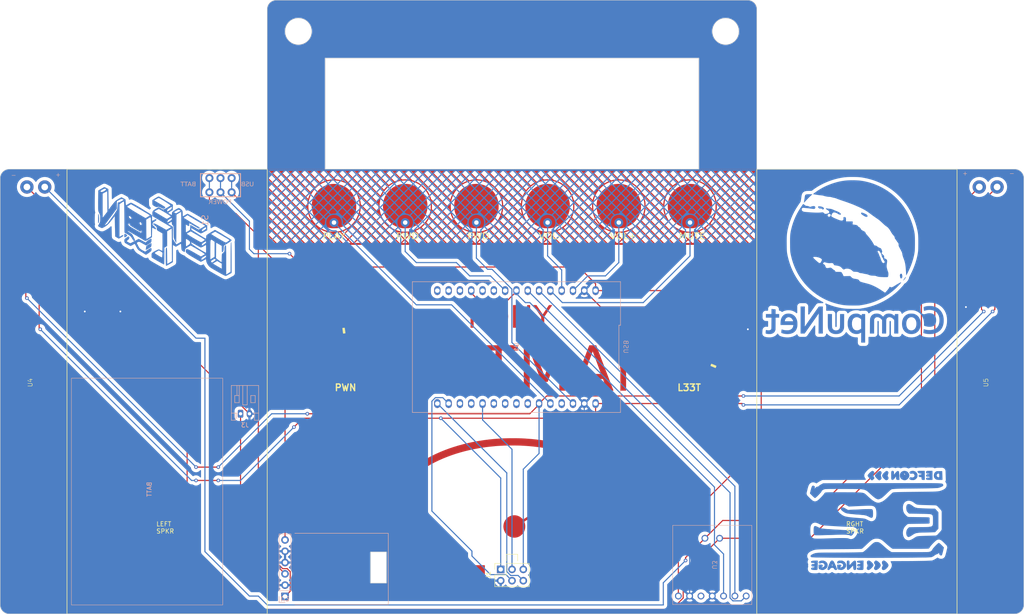
<source format=kicad_pcb>
(kicad_pcb (version 20221018) (generator pcbnew)
  (layers (0 "F.Cu" signal) (31 "B.Cu" signal) (34 "B.Paste" user) (35 "F.Paste" user) (36 "B.SilkS" user "B.Silkscreen") (37 "F.SilkS" user "F.Silkscreen") (38 "B.Mask" user) (39 "F.Mask" user) (44 "Edge.Cuts" user))
  (net 0 "")
  (net 1 "GND")
  (net 2 "+3.3V")
  (net 3 "Net-(J1-Pin_3)")
  (net 4 "Net-(J1-Pin_5)")
  (net 5 "Net-(J1-Pin_4)")
  (net 6 "Net-(J3-Pin_1)")
  (net 7 "Net-(U2-VIN)")
  (net 8 "VCC")
  (net 9 "Net-(U2-OUT)")
  (net 15 "Net-(J1-Pin_6)")
  (net 21 "Net-(U1-D25)")
  (net 24 "Net-(U1-D26)")
  (net 25 "Net-(U1-D27)")
  (net 27 "unconnected-(U3-SPK--Pad8)")
  (net 28 "unconnected-(U3-SPK+-Pad9)")
  (net 29 "/FWDPIN")
  (net 30 "/PLAYPIN")
  (net 31 "/RWDPIN")
  (net 32 "/MUTEPIN")
  (net 33 "/VDNPIN")
  (net 34 "/VUPPIN")
  (footprint "DC32_Cnet_Badge_Main:Touch Pad" (layer "F.Cu") (at 190 67.3)
    (fp_text reference "Ref**" hide)
    (fp_text value "Val**" hide)
  )
  (footprint "DC32_Cnet_Badge_Main:Dial 2" (layer "F.Cu") (at 113 101)
    (fp_text reference "Ref**" hide)
    (fp_text value "Val**" hide)
  )
  (footprint "DC32_Cnet_Badge_Main:VU Meter" (layer "F.Cu") (at 152 136)
    (fp_text reference "Ref**" hide)
    (fp_text value "Val**" hide)
  )
  (footprint "DC32_Cnet_Badge_Main:Touch Pad" (layer "F.Cu") (at 126 67.3)
    (fp_text reference "Ref**" hide)
    (fp_text value "Val**" hide)
  )
  (footprint "DC32_Cnet_Badge_Main:LED_SAO" (layer "F.Cu") (at 42.25 107 90)
    (fp_text reference "U4")
    (fp_text value "~" hide)
  )
  (footprint "DC32_Cnet_Badge_Main:Speaker" (layer "F.Cu") (at 257 63)
    (fp_text reference "REF**" hide)
    (fp_text value "Speaker")
  )
  (footprint "DC32_Cnet_Badge_Main:Touch Pad" (layer "F.Cu") (at 142 67.3)
    (fp_text reference "Ref**" hide)
    (fp_text value "Val**" hide)
  )
  (footprint "DC32_Cnet_Badge_Main:Touch Pad" (layer "F.Cu") (at 174 67.3)
    (fp_text reference "Ref**" hide)
    (fp_text value "Val**" hide)
  )
  (footprint "DC32_Cnet_Badge_Main:Dial 4" (layer "F.Cu") (at 190 101)
    (fp_text reference "Ref**" hide)
    (fp_text value "Val**" hide)
  )
  (footprint "DC32_Cnet_Badge_Main:PinSocket_2x03_P2.54mm_Vertical_Tab" (layer "F.Cu") (at 147.46 149 90)
    (fp_text reference "J1")
    (fp_text value "SAO_Conn")
  )
  (footprint "DC32_Cnet_Badge_Main:Touch Pad" (layer "F.Cu") (at 110 67.3)
    (fp_text reference "Ref**" hide)
    (fp_text value "Val**" hide)
  )
  (footprint "DC32_Cnet_Badge_Main:Touch Pad" (layer "F.Cu") (at 158 67.3)
    (fp_text reference "Ref**" hide)
    (fp_text value "Val**" hide)
  )
  (footprint "DC32_Cnet_Badge_Main:LED_SAO" (layer "F.Cu") (at 257 107 90)
    (fp_text reference "U5")
    (fp_text value "~" hide)
  )
  (footprint "DC32_Cnet_Badge_Main:LiPo_Battery_SparkFun_PRT-18286" (layer "B.Cu") (at 69 131 -90)
    (fp_text reference "BATT")
    (fp_text value "LiPo_Battery_SparkFun_PRT-18286")
  )
  (footprint "DC32_Cnet_Badge_Main:SPARKFUN-RETIRED_SWITCH-2.5X3.2-6" (layer "B.Cu") (at 87 61 -90)
    (fp_text reference "S1")
    (fp_text value "JS202011CQN")
  )
  (footprint "DC32_Cnet_Badge_Main:defcon31-logo" (layer "B.Cu") (at 72 73 180)
    (fp_text reference "Ref**" hide)
    (fp_text value "Val**" hide)
  )
  (footprint "DC32_Cnet_Badge_Main:JST_PH_S2B-PH-K_1x02_P2.00mm_Horizontal" (layer "B.Cu") (at 89 114)
    (fp_text reference "J3")
    (fp_text value "Conn_01x02_Male")
  )
  (footprint "DC32_Cnet_Badge_Main:ESP32_Dev_Module-USB-C" (layer "B.Cu") (at 151 99 180)
    (fp_text reference "U1")
    (fp_text value "~")
  )
  (footprint "DC32_Cnet_Badge_Main:MAX98357" (layer "B.Cu") (at 195 148 90)
    (fp_text reference "U3")
    (fp_text value "~")
  )
  (footprint "DC32_Cnet_Badge_Main:Speaker" (layer "B.Cu") (at 43 63 180)
    (fp_text reference "REF**" hide)
    (fp_text value "Speaker")
  )
  (footprint "DC32_Cnet_Badge_Main:CompuNet PCB Logo" (layer "B.Cu") (at 227 80 180)
    (fp_text reference "Ref**" hide)
    (fp_text value "Val**" hide)
  )
  (footprint "DC32_Cnet_Badge_Main:MH-CD42 LiPo Battery Management Module Rear Charge LEDs" (layer "B.Cu") (at 99 142.48 180)
    (fp_text reference "U2")
    (fp_text value "MH-CD42_LiPo_Batery_Management_Module" hide)
    (fp_rect (start -22.8 -2.6) (end -19.2 -9.6) (stroke (width 0.12)) (fill none) (layer "Edge.Cuts"))
  )
  (footprint "DC32_Cnet_Badge_Main:DC32 Logo" (layer "B.Cu") (at 230.974068 136.939772 180)
    (fp_text reference "REF**" hide)
    (fp_text value "DC32 Logo")
  )
  (gr_rect (start 205 59) (end 250 159) (stroke (width 0.15)) (fill none) (layer "F.SilkS"))
  (gr_rect (start 50 59) (end 95 159) (stroke (width 0.15)) (fill none) (layer "F.SilkS"))
  (gr_line (start 265 79) (end 265 157) (stroke (width 0.1)) (layer "Edge.Cuts"))
  (gr_arc (start 95 23) (mid 95.585786 21.585786) (end 97 21) (stroke (width 0.1)) (layer "Edge.Cuts"))
  (gr_line (start 250 159) (end 50 159) (stroke (width 0.1)) (layer "Edge.Cuts"))
  (gr_line (start 263 159) (end 250 159) (stroke (width 0.1)) (layer "Edge.Cuts"))
  (gr_line (start 50 159) (end 37 159) (stroke (width 0.1)) (layer "Edge.Cuts"))
  (gr_line (start 205 29) (end 205 23) (stroke (width 0.1)) (layer "Edge.Cuts"))
  (gr_line (start 205 29) (end 205 59) (stroke (width 0.1)) (layer "Edge.Cuts"))
  (gr_line (start 35 79) (end 35 157) (stroke (width 0.1)) (layer "Edge.Cuts"))
  (gr_line (start 95 59) (end 95 29) (stroke (width 0.1)) (layer "Edge.Cuts"))
  (gr_line (start 50 59) (end 37 59) (stroke (width 0.1)) (layer "Edge.Cuts"))
  (gr_line (start 192 59) (end 192 34) (stroke (width 0.1)) (layer "Edge.Cuts"))
  (gr_arc (start 37 159) (mid 35.585786 158.414214) (end 35 157) (stroke (width 0.1)) (layer "Edge.Cuts"))
  (gr_line (start 95 23) (end 95 29) (stroke (width 0.1)) (layer "Edge.Cuts"))
  (gr_circle (center 198 28) (end 201 28) (stroke (width 0.1)) (fill none) (layer "Edge.Cuts"))
  (gr_arc (start 35 61) (mid 35.585786 59.585786) (end 37 59) (stroke (width 0.1)) (layer "Edge.Cuts"))
  (gr_arc (start 265 157) (mid 264.414214 158.414214) (end 263 159) (stroke (width 0.1)) (layer "Edge.Cuts"))
  (gr_circle (center 102 28) (end 105 28) (stroke (width 0.1)) (fill none) (layer "Edge.Cuts"))
  (gr_arc (start 263 59) (mid 264.414214 59.585786) (end 265 61) (stroke (width 0.1)) (layer "Edge.Cuts"))
  (gr_line (start 205 59) (end 250 59) (stroke (width 0.1)) (layer "Edge.Cuts"))
  (gr_line (start 203 21) (end 97 21) (stroke (width 0.1)) (layer "Edge.Cuts"))
  (gr_arc (start 203 21) (mid 204.414214 21.585786) (end 205 23) (stroke (width 0.1)) (layer "Edge.Cuts"))
  (gr_line (start 35 61) (end 35 79) (stroke (width 0.1)) (layer "Edge.Cuts"))
  (gr_line (start 250 59) (end 263 59) (stroke (width 0.1)) (layer "Edge.Cuts"))
  (gr_line (start 108 59) (end 108 34) (stroke (width 0.1)) (layer "Edge.Cuts"))
  (gr_line (start 50 59) (end 95 59) (stroke (width 0.1)) (layer "Edge.Cuts"))
  (gr_line (start 108 34) (end 192 34) (stroke (width 0.1)) (layer "Edge.Cuts"))
  (gr_line (start 108 59) (end 192 59) (stroke (width 0.1)) (layer "Edge.Cuts"))
  (gr_line (start 265 61) (end 265 79) (stroke (width 0.1)) (layer "Edge.Cuts"))
  (gr_text "BITMAN" (at 129 110.5) (layer "F.Cu") (effects (font (size 10 10)) (justify left bottom)))
  (gr_text "FONY" (at 140 95.5) (layer "F.Cu") (effects (font (size 5 5)) (justify left bottom)))
  (gr_text "BATT" (at 79 63) (layer "B.SilkS") (effects (font (size 1 1)) (justify left bottom mirror)))
  (gr_text "USB" (at 92 63) (layer "B.SilkS") (effects (font (size 1 1)) (justify left bottom mirror)))
  (gr_text "POWER" (at 87 67) (layer "B.SilkS") (effects (font (size 1 1)) (justify left bottom mirror)))
  (gr_text "PLAY" (at 107.5 75) (layer "F.SilkS") (effects (font (size 1.5 1.5) (thickness 0.1875)) (justify left bottom)))
  (gr_text "FWD" (at 140 75) (layer "F.SilkS") (effects (font (size 1.5 1.5) (thickness 0.1875)) (justify left bottom)))
  (gr_text "MUTE" (at 187.5 75) (layer "F.SilkS") (effects (font (size 1.5 1.5) (thickness 0.1875)) (justify left bottom)))
  (gr_text "LEFT\nSPKR" (at 70 141) (layer "F.SilkS") (effects (font (size 1 1)) (justify left bottom)))
  (gr_text "VOL+" (at 172 75) (layer "F.SilkS") (effects (font (size 1.5 1.5) (thickness 0.1875)) (justify left bottom)))
  (gr_text "VOL-" (at 156 75) (layer "F.SilkS") (effects (font (size 1.5 1.5) (thickness 0.1875)) (justify left bottom)))
  (gr_text "PWN" (at 110 109) (layer "F.SilkS") (effects (font (size 1.5 1.5) (thickness 0.3) bold) (justify left bottom)))
  (gr_text "RGHT\nSPKR" (at 225 141) (layer "F.SilkS") (effects (font (size 1 1)) (justify left bottom)))
  (gr_text "RWD" (at 124 75) (layer "F.SilkS") (effects (font (size 1.5 1.5) (thickness 0.1875)) (justify left bottom)))
  (gr_text "L33T" (at 187 109) (layer "F.SilkS") (effects (font (size 1.5 1.5) (thickness 0.3) bold) (justify left bottom)))
  (segment (start 252 90) (end 252.75 89.25) (width 0.25) (layer "F.Cu") (net 1))
  (segment (start 46.5 76) (end 46.5 72.5) (width 0.25) (layer "F.Cu") (net 1))
  (segment (start 91 114) (end 68 91) (width 0.25) (layer "F.Cu") (net 1))
  (segment (start 166.24 86.3) (end 169.94 90) (width 0.25) (layer "F.Cu") (net 1))
  (segment (start 46.5 83.5) (end 46.5 76) (width 0.25) (layer "F.Cu") (net 1))
  (segment (start 261.25 72.25) (end 260 71) (width 0.25) (layer "F.Cu") (net 1))
  (segment (start 261.25 76) (end 261.25 72.25) (width 0.25) (layer "F.Cu") (net 1))
  (segment (start 38 73) (end 38 76) (width 0.25) (layer "F.Cu") (net 1))
  (segment (start 252.75 89.25) (end 252.75 76) (width 0.25) (layer "F.Cu") (net 1))
  (segment (start 198 90) (end 203 95) (width 0.25) (layer "F.Cu") (net 1))
  (segment (start 46.5 72.5) (end 45 71) (width 0.25) (layer "F.Cu") (net 1))
  (segment (start 45 71) (end 40 71) (width 0.25) (layer "F.Cu") (net 1))
  (segment (start 260 71) (end 254 71) (width 0.25) (layer "F.Cu") (net 1))
  (segment (start 166.24 111.7) (end 166.24 111.24) (width 0.25) (layer "F.Cu") (net 1))
  (segment (start 40 71) (end 38 73) (width 0.25) (layer "F.Cu") (net 1))
  (segment (start 254 71) (end 252.75 72.25) (width 0.25) (layer "F.Cu") (net 1))
  (segment (start 54 91) (end 46.5 83.5) (width 0.25) (layer "F.Cu") (net 1))
  (segment (start 252.75 72.25) (end 252.75 76) (width 0.25) (layer "F.Cu") (net 1))
  (segment (start 169.94 90) (end 198 90) (width 0.25) (layer "F.Cu") (net 1))
  (segment (start 68 91) (end 62 91) (width 0.25) (layer "F.Cu") (net 1))
  (via (at 62 91) (size 0.8) (drill 0.4) (layers "F.Cu" "B.Cu") (net 1))
  (via (at 252 90) (size 0.8) (drill 0.4) (layers "F.Cu" "B.Cu") (net 1))
  (via (at 203 95) (size 0.8) (drill 0.4) (layers "F.Cu" "B.Cu") (net 1))
  (via (at 54 91) (size 0.8) (drill 0.4) (layers "F.Cu" "B.Cu") (net 1))
  (segment (start 203 95) (end 212 104) (width 0.25) (layer "B.Cu") (net 1))
  (segment (start 252 93) (end 252 90) (width 0.25) (layer "B.Cu") (net 1))
  (segment (start 62 91) (end 54 91) (width 0.25) (layer "B.Cu") (net 1))
  (segment (start 189.92 140.42) (end 166.24 116.74) (width 0.25) (layer "B.Cu") (net 1))
  (segment (start 212 104) (end 241 104) (width 0.25) (layer "B.Cu") (net 1))
  (segment (start 166.24 116.74) (end 166.24 111.7) (width 0.25) (layer "B.Cu") (net 1))
  (segment (start 241 104) (end 252 93) (width 0.25) (layer "B.Cu") (net 1))
  (segment (start 189.92 154.985) (end 189.92 140.42) (width 0.25) (layer "B.Cu") (net 1))
  (segment (start 134 115) (end 103 115) (width 0.25) (layer "F.Cu") (net 2))
  (segment (start 103 115) (end 101 117) (width 0.25) (layer "F.Cu") (net 2))
  (segment (start 43.75 94.75) (end 43.75 76) (width 0.25) (layer "F.Cu") (net 2))
  (segment (start 201.7 111.7) (end 202 112) (width 0.25) (layer "F.Cu") (net 2))
  (segment (start 84 129) (end 79 129) (width 0.25) (layer "F.Cu") (net 2))
  (segment (start 168.78 111.7) (end 168.78 114.22) (width 0.25) (layer "F.Cu") (net 2))
  (segment (start 258.5 90.5) (end 258.5 76) (width 0.25) (layer "F.Cu") (net 2))
  (segment (start 168.78 114.22) (end 168 115) (width 0.25) (layer "F.Cu") (net 2))
  (segment (start 44 95) (end 43.75 94.75) (width 0.25) (layer "F.Cu") (net 2))
  (segment (start 168.78 111.7) (end 201.7 111.7) (width 0.25) (layer "F.Cu") (net 2))
  (segment (start 168 115) (end 134 115) (width 0.25) (layer "F.Cu") (net 2))
  (segment (start 258 91) (end 258.5 90.5) (width 0.25) (layer "F.Cu") (net 2))
  (via (at 258 91) (size 0.8) (drill 0.4) (layers "F.Cu" "B.Cu") (net 2))
  (via (at 84 129) (size 0.8) (drill 0.4) (layers "F.Cu" "B.Cu") (net 2))
  (via (at 134 115) (size 0.8) (drill 0.4) (layers "F.Cu" "B.Cu") (net 2))
  (via (at 79 129) (size 0.8) (drill 0.4) (layers "F.Cu" "B.Cu") (net 2))
  (via (at 101 117) (size 0.8) (drill 0.4) (layers "F.Cu" "B.Cu") (net 2))
  (via (at 44 95) (size 0.8) (drill 0.4) (layers "F.Cu" "B.Cu") (net 2))
  (via (at 202 112) (size 0.8) (drill 0.4) (layers "F.Cu" "B.Cu") (net 2))
  (segment (start 78 129) (end 44 95) (width 0.25) (layer "B.Cu") (net 2))
  (segment (start 202 112) (end 237 112) (width 0.25) (layer "B.Cu") (net 2))
  (segment (start 237 112) (end 258 91) (width 0.25) (layer "B.Cu") (net 2))
  (segment (start 79 129) (end 78 129) (width 0.25) (layer "B.Cu") (net 2))
  (segment (start 89 129) (end 84 129) (width 0.25) (layer "B.Cu") (net 2))
  (segment (start 101 117) (end 89 129) (width 0.25) (layer "B.Cu") (net 2))
  (segment (start 134 115) (end 147.46 128.46) (width 0.25) (layer "B.Cu") (net 2))
  (segment (start 147.46 128.46) (end 147.46 149) (width 0.25) (layer "B.Cu") (net 2))
  (segment (start 150 122) (end 143.38 115.38) (width 0.25) (layer "B.Cu") (net 3))
  (segment (start 143.38 115.38) (end 143.38 111.7) (width 0.25) (layer "B.Cu") (net 3))
  (segment (start 150 149) (end 150 122) (width 0.25) (layer "B.Cu") (net 3))
  (segment (start 256 91) (end 255.5 90.5) (width 0.25) (layer "F.Cu") (net 4))
  (segment (start 154 114) (end 104 114) (width 0.25) (layer "F.Cu") (net 4))
  (segment (start 156.08 111.7) (end 156.08 111.42) (width 0.25) (layer "F.Cu") (net 4))
  (segment (start 157.78 110) (end 202 110) (width 0.25) (layer "F.Cu") (net 4))
  (segment (start 41 88) (end 40.75 87.75) (width 0.25) (layer "F.Cu") (net 4))
  (segment (start 156.08 111.7) (end 156.08 111.92) (width 0.25) (layer "F.Cu") (net 4))
  (segment (start 40.75 87.75) (end 40.75 76) (width 0.25) (layer "F.Cu") (net 4))
  (segment (start 255.5 90.5) (end 255.5 76) (width 0.25) (layer "F.Cu") (net 4))
  (segment (start 156.08 111.7) (end 157.78 110) (width 0.25) (layer "F.Cu") (net 4))
  (segment (start 156.08 111.92) (end 154 114) (width 0.25) (layer "F.Cu") (net 4))
  (segment (start 84 126) (end 79 126) (width 0.25) (layer "F.Cu") (net 4))
  (via (at 41 88) (size 0.8) (drill 0.4) (layers "F.Cu" "B.Cu") (net 4))
  (via (at 84 126) (size 0.8) (drill 0.4) (layers "F.Cu" "B.Cu") (net 4))
  (via (at 104 114) (size 0.8) (drill 0.4) (layers "F.Cu" "B.Cu") (net 4))
  (via (at 79 126) (size 0.8) (drill 0.4) (layers "F.Cu" "B.Cu") (net 4))
  (via (at 202 110) (size 0.8) (drill 0.4) (layers "F.Cu" "B.Cu") (net 4))
  (via (at 256 91) (size 0.8) (drill 0.4) (layers "F.Cu" "B.Cu") (net 4))
  (segment (start 156.08 122.92) (end 156.08 111.7) (width 0.25) (layer "B.Cu") (net 4))
  (segment (start 104 114) (end 96 114) (width 0.25) (layer "B.Cu") (net 4))
  (segment (start 237 110) (end 256 91) (width 0.25) (layer "B.Cu") (net 4))
  (segment (start 152.54 126.46) (end 156.08 122.92) (width 0.25) (layer "B.Cu") (net 4))
  (segment (start 79 126) (end 41 88) (width 0.25) (layer "B.Cu") (net 4))
  (segment (start 96 114) (end 84 126) (width 0.25) (layer "B.Cu") (net 4))
  (segment (start 152.54 149) (end 152.54 126.46) (width 0.25) (layer "B.Cu") (net 4))
  (segment (start 202 110) (end 237 110) (width 0.25) (layer "B.Cu") (net 4))
  (segment (start 132 111.170431) (end 132 135.89) (width 0.25) (layer "B.Cu") (net 5))
  (segment (start 148.635 150.175) (end 150 151.54) (width 0.25) (layer "B.Cu") (net 5))
  (segment (start 135.76 111.7) (end 134.435 110.375) (width 0.25) (layer "B.Cu") (net 5))
  (segment (start 132 135.89) (end 141 144.89) (width 0.25) (layer "B.Cu") (net 5))
  (segment (start 134.435 110.375) (end 132.795431 110.375) (width 0.25) (layer "B.Cu") (net 5))
  (segment (start 145.175 150.175) (end 148.635 150.175) (width 0.25) (layer "B.Cu") (net 5))
  (segment (start 141 146) (end 145.175 150.175) (width 0.25) (layer "B.Cu") (net 5))
  (segment (start 132.795431 110.375) (end 132 111.170431) (width 0.25) (layer "B.Cu") (net 5))
  (segment (start 141 144.89) (end 141 146) (width 0.25) (layer "B.Cu") (net 5))
  (segment (start 89 140) (end 99 150) (width 0.25) (layer "F.Cu") (net 6))
  (segment (start 89 114) (end 89 140) (width 0.25) (layer "F.Cu") (net 6))
  (segment (start 99 142.38) (end 99 82) (width 0.25) (layer "F.Cu") (net 7))
  (segment (start 94 71.2) (end 87 64.2) (width 0.25) (layer "F.Cu") (net 7))
  (segment (start 99 82) (end 94 77) (width 0.25) (layer "F.Cu") (net 7))
  (segment (start 94 77) (end 94 71.2) (width 0.25) (layer "F.Cu") (net 7))
  (segment (start 87 64.2) (end 87 61) (width 0.25) (layer "B.Cu") (net 7))
  (segment (start 206 90) (end 202.3 86.3) (width 0.25) (layer "F.Cu") (net 8))
  (segment (start 206 121) (end 206 90) (width 0.25) (layer "F.Cu") (net 8))
  (segment (start 165 81) (end 103 81) (width 0.25) (layer "F.Cu") (net 8))
  (segment (start 202.3 86.3) (end 168.78 86.3) (width 0.25) (layer "F.Cu") (net 8))
  (segment (start 187.38 139.62) (end 206 121) (width 0.25) (layer "F.Cu") (net 8))
  (segment (start 187.38 154.985) (end 187.38 139.62) (width 0.25) (layer "F.Cu") (net 8))
  (segment (start 168.78 86.3) (end 168.78 84.78) (width 0.25) (layer "F.Cu") (net 8))
  (segment (start 168.78 84.78) (end 165 81) (width 0.25) (layer "F.Cu") (net 8))
  (segment (start 103 81) (end 100 78) (width 0.25) (layer "F.Cu") (net 8))
  (via (at 100 78) (size 0.8) (drill 0.4) (layers "F.Cu" "B.Cu") (net 8))
  (segment (start 100 78) (end 92 78) (width 0.25) (layer "B.Cu") (net 8))
  (segment (start 91 70.7) (end 84.5 64.2) (width 0.25) (layer "B.Cu") (net 8))
  (segment (start 92 78) (end 91 77) (width 0.25) (layer "B.Cu") (net 8))
  (segment (start 91 77) (end 91 70.7) (width 0.25) (layer "B.Cu") (net 8))
  (segment (start 84.5 64.2) (end 84.5 61) (width 0.25) (layer "B.Cu") (net 8))
  (segment (start 99 155.08) (end 100.175 153.905) (width 0.25) (layer "F.Cu") (net 9))
  (segment (start 84 69) (end 82 67) (width 0.25) (layer "F.Cu") (net 9))
  (segment (start 98.461396 148.825) (end 93 143.363604) (width 0.25) (layer "F.Cu") (net 9))
  (segment (start 100.175 153.905) (end 100.175 149.513299) (width 0.25) (layer "F.Cu") (net 9))
  (segment (start 88 69) (end 84 69) (width 0.25) (layer "F.Cu") (net 9))
  (segment (start 99.486701 148.825) (end 98.461396 148.825) (width 0.25) (layer "F.Cu") (net 9))
  (segment (start 93 74) (end 88 69) (width 0.25) (layer "F.Cu") (net 9))
  (segment (start 93 143.363604) (end 93 74) (width 0.25) (layer "F.Cu") (net 9))
  (segment (start 100.175 149.513299) (end 99.486701 148.825) (width 0.25) (layer "F.Cu") (net 9))
  (segment (start 82 67) (end 82 64.2) (width 0.25) (layer "F.Cu") (net 9))
  (segment (start 82 64.2) (end 82 61) (width 0.25) (layer "B.Cu") (net 9))
  (segment (start 148.825 127.305) (end 133.22 111.7) (width 0.25) (layer "B.Cu") (net 15))
  (segment (start 151.365 150.365) (end 149.703299 150.365) (width 0.25) (layer "B.Cu") (net 15))
  (segment (start 149.703299 150.365) (end 148.825 149.486701) (width 0.25) (layer "B.Cu") (net 15))
  (segment (start 148.825 149.486701) (end 148.825 127.305) (width 0.25) (layer "B.Cu") (net 15))
  (segment (start 152.54 151.54) (end 151.365 150.365) (width 0.25) (layer "B.Cu") (net 15))
  (segment (start 142.5 88.5) (end 149 88.5) (width 0.25) (layer "F.Cu") (net 21))
  (segment (start 149 88.5) (end 151 86.5) (width 0.25) (layer "F.Cu") (net 21))
  (segment (start 151 86.5) (end 151 86.3) (width 0.25) (layer "F.Cu") (net 21))
  (segment (start 140.84 86.3) (end 140.84 86.84) (width 0.25) (layer "F.Cu") (net 21))
  (segment (start 140.84 86.84) (end 142.5 88.5) (width 0.25) (layer "F.Cu") (net 21))
  (segment (start 197.54 145.54) (end 195.5 143.5) (width 0.25) (layer "B.Cu") (net 21))
  (segment (start 197.54 154.985) (end 197.54 145.54) (width 0.25) (layer "B.Cu") (net 21))
  (segment (start 154 89) (end 153 89) (width 0.25) (layer "B.Cu") (net 21))
  (segment (start 151 87) (end 151 86.3) (width 0.25) (layer "B.Cu") (net 21))
  (segment (start 195.5 130.5) (end 154 89) (width 0.25) (layer "B.Cu") (net 21))
  (segment (start 195.5 143.5) (end 195.5 130.5) (width 0.25) (layer "B.Cu") (net 21))
  (segment (start 153 89) (end 151 87) (width 0.25) (layer "B.Cu") (net 21))
  (segment (start 201.533 156.072) (end 199.629749 156.072) (width 0.25) (layer "B.Cu") (net 24))
  (segment (start 198.993 155.435251) (end 198.993 131.753) (width 0.25) (layer "B.Cu") (net 24))
  (segment (start 199.629749 156.072) (end 198.993 155.435251) (width 0.25) (layer "B.Cu") (net 24))
  (segment (start 198.993 131.753) (end 153.54 86.3) (width 0.25) (layer "B.Cu") (net 24))
  (segment (start 202.62 154.985) (end 201.533 156.072) (width 0.25) (layer "B.Cu") (net 24))
  (segment (start 200.08 130.3) (end 156.08 86.3) (width 0.25) (layer "B.Cu") (net 25))
  (segment (start 200.08 154.985) (end 200.08 130.3) (width 0.25) (layer "B.Cu") (net 25))
  (segment (start 217 142) (end 245 114) (width 0.25) (layer "F.Cu") (net 27))
  (segment (start 188.467 155.435251) (end 185.902251 158) (width 0.25) (layer "F.Cu") (net 27))
  (segment (start 77 147) (end 77 113) (width 0.25) (layer "F.Cu") (net 27))
  (segment (start 58 94) (end 58 80) (width 0.25) (layer "F.Cu") (net 27))
  (segment (start 196.651 142) (end 188.467 150.184) (width 0.25) (layer "F.Cu") (net 27))
  (segment (start 185.902251 158) (end 88 158) (width 0.25) (layer "F.Cu") (net 27))
  (segment (start 196.651 142) (end 217 142) (width 0.25) (layer "F.Cu") (net 27))
  (segment (start 245 114) (end 245 72) (width 0.25) (layer "F.Cu") (net 27))
  (segment (start 247 70) (end 252 70) (width 0.25) (layer "F.Cu") (net 27))
  (segment (start 245 72) (end 247 70) (width 0.25) (layer "F.Cu") (net 27))
  (segment (start 88 158) (end 77 147) (width 0.25) (layer "F.Cu") (net 27))
  (segment (start 77 113) (end 58 94) (width 0.25) (layer "F.Cu") (net 27))
  (segment (start 58 80) (end 41 63) (width 0.25) (layer "F.Cu") (net 27))
  (segment (start 188.467 150.184) (end 188.467 155.435251) (width 0.25) (layer "F.Cu") (net 27))
  (segment (start 252 70) (end 259 63) (width 0.25) (layer "F.Cu") (net 27))
  (segment (start 246 65) (end 253 65) (width 0.25) (layer "F.Cu") (net 28))
  (segment (start 189 146.349) (end 189 147) (width 0.25) (layer "F.Cu") (net 28))
  (segment (start 242 69) (end 246 65) (width 0.25) (layer "F.Cu") (net 28))
  (segment (start 193.349 142) (end 189 146.349) (width 0.25) (layer "F.Cu") (net 28))
  (segment (start 253 65) (end 255 63) (width 0.25) (layer "F.Cu") (net 28))
  (segment (start 216 138) (end 242 112) (width 0.25) (layer "F.Cu") (net 28))
  (segment (start 193.349 142) (end 197.349 138) (width 0.25) (layer "F.Cu") (net 28))
  (segment (start 242 112) (end 242 69) (width 0.25) (layer "F.Cu") (net 28))
  (segment (start 197.349 138) (end 216 138) (width 0.25) (layer "F.Cu") (net 28))
  (via (at 189 147) (size 0.8) (drill 0.4) (layers "F.Cu" "B.Cu") (net 28))
  (segment (start 95 157) (end 93 155) (width 0.25) (layer "B.Cu") (net 28))
  (segment (start 79 97) (end 45 63) (width 0.25) (layer "B.Cu") (net 28))
  (segment (start 184 152) (end 184 157) (width 0.25) (layer "B.Cu") (net 28))
  (segment (start 93 155) (end 91 155) (width 0.25) (layer "B.Cu") (net 28))
  (segment (start 81 97) (end 79 97) (width 0.25) (layer "B.Cu") (net 28))
  (segment (start 91 155) (end 81 145) (width 0.25) (layer "B.Cu") (net 28))
  (segment (start 81 145) (end 81 97) (width 0.25) (layer "B.Cu") (net 28))
  (segment (start 184 157) (end 95 157) (width 0.25) (layer "B.Cu") (net 28))
  (segment (start 189 147) (end 184 152) (width 0.25) (layer "B.Cu") (net 28))
  (segment (start 145.5 81.5) (end 149.975 85.975) (width 0.25) (layer "B.Cu") (net 29))
  (segment (start 149.975 97.975) (end 163.7 111.7) (width 0.25) (layer "B.Cu") (net 29))
  (segment (start 149.975 85.975) (end 149.975 97.975) (width 0.25) (layer "B.Cu") (net 29))
  (segment (start 142 71) (end 142 79) (width 0.25) (layer "B.Cu") (net 29))
  (segment (start 142 79) (end 144.5 81.5) (width 0.25) (layer "B.Cu") (net 29))
  (segment (start 144.5 81.5) (end 145.5 81.5) (width 0.25) (layer "B.Cu") (net 29))
  (segment (start 128.5 89.5) (end 136.42 89.5) (width 0.25) (layer "B.Cu") (net 30))
  (segment (start 136.42 89.5) (end 158.62 111.7) (width 0.25) (layer "B.Cu") (net 30))
  (segment (start 110 71) (end 128.5 89.5) (width 0.25) (layer "B.Cu") (net 30))
  (segment (start 140.5 83) (end 145.16 83) (width 0.25) (layer "B.Cu") (net 31))
  (segment (start 145.16 83) (end 148.46 86.3) (width 0.25) (layer "B.Cu") (net 31))
  (segment (start 137.5 80) (end 140.5 83) (width 0.25) (layer "B.Cu") (net 31))
  (segment (start 126 77.5) (end 128.5 80) (width 0.25) (layer "B.Cu") (net 31))
  (segment (start 128.5 80) (end 137.5 80) (width 0.25) (layer "B.Cu") (net 31))
  (segment (start 126 71) (end 126 77.5) (width 0.25) (layer "B.Cu") (net 31))
  (segment (start 179.5 89) (end 161.32 89) (width 0.25) (layer "B.Cu") (net 32))
  (segment (start 190 71) (end 190 78.5) (width 0.25) (layer "B.Cu") (net 32))
  (segment (start 161.32 89) (end 158.62 86.3) (width 0.25) (layer "B.Cu") (net 32))
  (segment (start 190 78.5) (end 179.5 89) (width 0.25) (layer "B.Cu") (net 32))
  (segment (start 158 78.5) (end 161.16 81.66) (width 0.25) (layer "B.Cu") (net 33))
  (segment (start 158 71) (end 158 78.5) (width 0.25) (layer "B.Cu") (net 33))
  (segment (start 161.16 81.66) (end 161.16 86.3) (width 0.25) (layer "B.Cu") (net 33))
  (segment (start 171 83) (end 174 80) (width 0.25) (layer "B.Cu") (net 34))
  (segment (start 167 83) (end 171 83) (width 0.25) (layer "B.Cu") (net 34))
  (segment (start 163.7 86.3) (end 167 83) (width 0.25) (layer "B.Cu") (net 34))
  (segment (start 174 80) (end 174 71) (width 0.25) (layer "B.Cu") (net 34))
  (zone (net 1) (net_name "GND") (layer "F.Cu") (priority 8) (connect_pads (clearance 0.75)) (min_thickness 0.25) (fill yes (thermal_gap 0.5) (thermal_bridge_width 0.5))
    (polygon (pts (xy 95 21) (xy 95 59) (xy 205 59) (xy 205 21)))
  )
  (zone (net 1) (net_name "GND") (layer "F.Cu") (connect_pads (clearance 0.75)) (min_thickness 0.25) (fill yes (mode hatch) (thermal_gap 0.5) (thermal_bridge_width 0.5) (hatch_thickness 0.25) (hatch_gap 1.25) (hatch_orientation 45) (hatch_border_algorithm hatch_thickness) (hatch_min_hole_area 0.3))
    (polygon (pts (xy 95 59) (xy 205 59) (xy 205 76) (xy 95 76)))
  )
  (zone (net 1) (net_name "GND") (layer "B.Cu") (priority 6) (connect_pads (clearance 0.75)) (min_thickness 0.25) (fill yes (thermal_gap 0.5) (thermal_bridge_width 0.5))
    (polygon (pts (xy 35 59) (xy 35 76) (xy 95 76) (xy 95 59)))
  )
  (zone (net 1) (net_name "GND") (layer "B.Cu") (priority 7) (connect_pads (clearance 0.75)) (min_thickness 0.25) (fill yes (thermal_gap 0.5) (thermal_bridge_width 0.5))
    (polygon (pts (xy 35 159) (xy 35 76) (xy 265 76) (xy 265 159)))
  )
  (zone (net 1) (net_name "GND") (layer "B.Cu") (priority 5) (connect_pads (clearance 0.75)) (min_thickness 0.25) (fill yes (thermal_gap 0.5) (thermal_bridge_width 0.5))
    (polygon (pts (xy 265 59) (xy 205 59) (xy 205 76) (xy 265 76)))
  )
  (zone (net 1) (net_name "GND") (layer "B.Cu") (priority 9) (connect_pads (clearance 0.75)) (min_thickness 0.25) (fill yes (thermal_gap 0.5) (thermal_bridge_width 0.5))
    (polygon (pts (xy 95 21) (xy 95 59) (xy 205 59) (xy 205 21)))
  )
  (zone (net 1) (net_name "GND") (layer "B.Cu") (priority 4) (connect_pads (clearance 0.75)) (min_thickness 0.25) (fill yes (mode hatch) (thermal_gap 0.5) (thermal_bridge_width 0.5) (hatch_thickness 0.25) (hatch_gap 1.25) (hatch_orientation 45) (hatch_border_algorithm hatch_thickness) (hatch_min_hole_area 0.3))
    (polygon (pts (xy 95 59) (xy 205 59) (xy 205 76) (xy 95 76)))
  )
)
</source>
